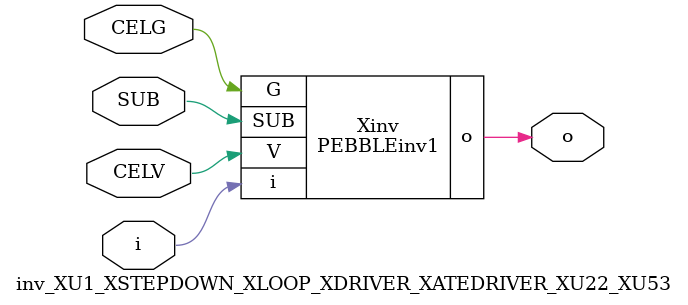
<source format=v>



module PEBBLEinv1 ( o, G, SUB, V, i );

  input V;
  input i;
  input G;
  output o;
  input SUB;
endmodule

//Celera Confidential Do Not Copy inv_XU1_XSTEPDOWN_XLOOP_XDRIVER_XATEDRIVER_XU22_XU53
//Celera Confidential Symbol Generator
//5V Inverter
module inv_XU1_XSTEPDOWN_XLOOP_XDRIVER_XATEDRIVER_XU22_XU53 (CELV,CELG,i,o,SUB);
input CELV;
input CELG;
input i;
input SUB;
output o;

//Celera Confidential Do Not Copy inv
PEBBLEinv1 Xinv(
.V (CELV),
.i (i),
.o (o),
.SUB (SUB),
.G (CELG)
);
//,diesize,PEBBLEinv1

//Celera Confidential Do Not Copy Module End
//Celera Schematic Generator
endmodule

</source>
